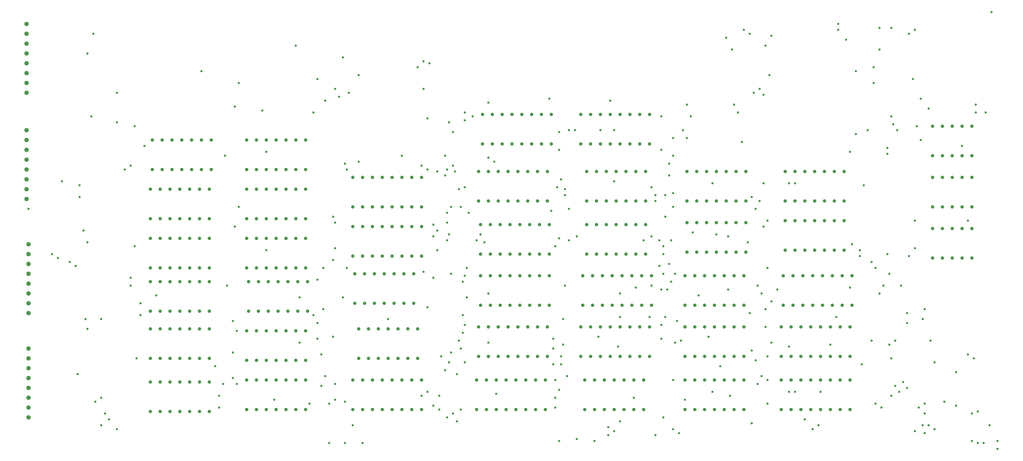
<source format=gbr>
G04 Generated by Ultiboard 14.1 *
%FSLAX24Y24*%
%MOIN*%

%ADD10C,0.0001*%
%ADD11C,0.0465*%
%ADD12C,0.0350*%
%ADD13C,0.0236*%


G04 ColorRGB 000000 for the following layer *
%LNDrill-Copper Top-Copper Bottom*%
%LPD*%
G54D11*
X-32600Y-2200D03*
X-32600Y-3200D03*
X-32600Y-4200D03*
X-32600Y-5200D03*
X-32600Y-6200D03*
X-32600Y-7200D03*
X-32600Y-8200D03*
X-32600Y-9200D03*
X-32600Y8400D03*
X-32600Y7400D03*
X-32600Y6400D03*
X-32600Y5400D03*
X-32600Y4400D03*
X-32600Y3400D03*
X-32600Y2400D03*
X-32600Y1400D03*
X-32800Y20000D03*
X-32800Y19000D03*
X-32800Y18000D03*
X-32800Y17000D03*
X-32800Y16000D03*
X-32800Y15000D03*
X-32800Y14000D03*
X-32800Y13000D03*
X-32800Y30800D03*
X-32800Y29800D03*
X-32800Y28800D03*
X-32800Y27800D03*
X-32800Y26800D03*
X-32800Y25800D03*
X-32800Y24800D03*
X-32800Y23800D03*
G54D12*
X60400Y10000D03*
X60400Y7000D03*
X63400Y10000D03*
X62400Y10000D03*
X61400Y10000D03*
X62400Y7000D03*
X63400Y7000D03*
X61400Y7000D03*
X59400Y10000D03*
X59400Y7000D03*
X60400Y15200D03*
X60400Y12200D03*
X63400Y15200D03*
X62400Y15200D03*
X61400Y15200D03*
X62400Y12200D03*
X63400Y12200D03*
X61400Y12200D03*
X59400Y15200D03*
X59400Y12200D03*
X60400Y20400D03*
X60400Y17400D03*
X63400Y20400D03*
X62400Y20400D03*
X61400Y20400D03*
X62400Y17400D03*
X63400Y17400D03*
X61400Y17400D03*
X59400Y20400D03*
X59400Y17400D03*
X34200Y5200D03*
X37200Y2200D03*
X35200Y2200D03*
X36200Y2200D03*
X38200Y2200D03*
X39200Y2200D03*
X40200Y2200D03*
X40200Y5200D03*
X37200Y5200D03*
X35200Y5200D03*
X36200Y5200D03*
X38200Y5200D03*
X39200Y5200D03*
X34200Y2200D03*
X34200Y0D03*
X37200Y-3000D03*
X35200Y-3000D03*
X36200Y-3000D03*
X38200Y-3000D03*
X39200Y-3000D03*
X40200Y-3000D03*
X40200Y0D03*
X37200Y0D03*
X35200Y0D03*
X36200Y0D03*
X38200Y0D03*
X39200Y0D03*
X34200Y-3000D03*
X34200Y-5400D03*
X37200Y-8400D03*
X35200Y-8400D03*
X36200Y-8400D03*
X38200Y-8400D03*
X39200Y-8400D03*
X40200Y-8400D03*
X40200Y-5400D03*
X37200Y-5400D03*
X35200Y-5400D03*
X36200Y-5400D03*
X38200Y-5400D03*
X39200Y-5400D03*
X34200Y-8400D03*
X44400Y10800D03*
X47400Y7800D03*
X45400Y7800D03*
X46400Y7800D03*
X48400Y7800D03*
X49400Y7800D03*
X50400Y7800D03*
X50400Y10800D03*
X47400Y10800D03*
X45400Y10800D03*
X46400Y10800D03*
X48400Y10800D03*
X49400Y10800D03*
X44400Y7800D03*
X44400Y15800D03*
X47400Y12800D03*
X45400Y12800D03*
X46400Y12800D03*
X48400Y12800D03*
X49400Y12800D03*
X50400Y12800D03*
X50400Y15800D03*
X47400Y15800D03*
X45400Y15800D03*
X46400Y15800D03*
X48400Y15800D03*
X49400Y15800D03*
X44400Y12800D03*
X-20000Y19000D03*
X-17000Y16000D03*
X-19000Y16000D03*
X-18000Y16000D03*
X-16000Y16000D03*
X-15000Y16000D03*
X-14000Y16000D03*
X-14000Y19000D03*
X-17000Y19000D03*
X-19000Y19000D03*
X-18000Y19000D03*
X-16000Y19000D03*
X-15000Y19000D03*
X-20000Y16000D03*
X-10400Y19000D03*
X-7400Y16000D03*
X-9400Y16000D03*
X-8400Y16000D03*
X-6400Y16000D03*
X-5400Y16000D03*
X-4400Y16000D03*
X-4400Y19000D03*
X-7400Y19000D03*
X-9400Y19000D03*
X-8400Y19000D03*
X-6400Y19000D03*
X-5400Y19000D03*
X-10400Y16000D03*
X-20200Y14000D03*
X-17200Y11000D03*
X-19200Y11000D03*
X-18200Y11000D03*
X-16200Y11000D03*
X-15200Y11000D03*
X-14200Y11000D03*
X-14200Y14000D03*
X-17200Y14000D03*
X-19200Y14000D03*
X-18200Y14000D03*
X-16200Y14000D03*
X-15200Y14000D03*
X-20200Y11000D03*
X-10400Y14000D03*
X-7400Y11000D03*
X-9400Y11000D03*
X-8400Y11000D03*
X-6400Y11000D03*
X-5400Y11000D03*
X-4400Y11000D03*
X-4400Y14000D03*
X-7400Y14000D03*
X-9400Y14000D03*
X-8400Y14000D03*
X-6400Y14000D03*
X-5400Y14000D03*
X-10400Y11000D03*
X-20200Y9000D03*
X-17200Y6000D03*
X-19200Y6000D03*
X-18200Y6000D03*
X-16200Y6000D03*
X-15200Y6000D03*
X-14200Y6000D03*
X-14200Y9000D03*
X-17200Y9000D03*
X-19200Y9000D03*
X-18200Y9000D03*
X-16200Y9000D03*
X-15200Y9000D03*
X-20200Y6000D03*
X-10400Y9000D03*
X-7400Y6000D03*
X-9400Y6000D03*
X-8400Y6000D03*
X-6400Y6000D03*
X-5400Y6000D03*
X-4400Y6000D03*
X-4400Y9000D03*
X-7400Y9000D03*
X-9400Y9000D03*
X-8400Y9000D03*
X-6400Y9000D03*
X-5400Y9000D03*
X-10400Y6000D03*
X-20200Y4600D03*
X-17200Y1600D03*
X-19200Y1600D03*
X-18200Y1600D03*
X-16200Y1600D03*
X-15200Y1600D03*
X-14200Y1600D03*
X-14200Y4600D03*
X-17200Y4600D03*
X-19200Y4600D03*
X-18200Y4600D03*
X-16200Y4600D03*
X-15200Y4600D03*
X-20200Y1600D03*
X-10200Y4600D03*
X-7200Y1600D03*
X-9200Y1600D03*
X-8200Y1600D03*
X-6200Y1600D03*
X-5200Y1600D03*
X-4200Y1600D03*
X-4200Y4600D03*
X-7200Y4600D03*
X-9200Y4600D03*
X-8200Y4600D03*
X-6200Y4600D03*
X-5200Y4600D03*
X-10200Y1600D03*
X-20200Y-200D03*
X-17200Y-3200D03*
X-19200Y-3200D03*
X-18200Y-3200D03*
X-16200Y-3200D03*
X-15200Y-3200D03*
X-14200Y-3200D03*
X-14200Y-200D03*
X-17200Y-200D03*
X-19200Y-200D03*
X-18200Y-200D03*
X-16200Y-200D03*
X-15200Y-200D03*
X-20200Y-3200D03*
X-10400Y-400D03*
X-7400Y-3400D03*
X-9400Y-3400D03*
X-8400Y-3400D03*
X-6400Y-3400D03*
X-5400Y-3400D03*
X-4400Y-3400D03*
X-4400Y-400D03*
X-7400Y-400D03*
X-9400Y-400D03*
X-8400Y-400D03*
X-6400Y-400D03*
X-5400Y-400D03*
X-10400Y-3400D03*
X-20200Y-5600D03*
X-17200Y-8600D03*
X-19200Y-8600D03*
X-18200Y-8600D03*
X-16200Y-8600D03*
X-15200Y-8600D03*
X-14200Y-8600D03*
X-14200Y-5600D03*
X-17200Y-5600D03*
X-19200Y-5600D03*
X-18200Y-5600D03*
X-16200Y-5600D03*
X-15200Y-5600D03*
X-20200Y-8600D03*
X-10400Y-5400D03*
X-7400Y-8400D03*
X-9400Y-8400D03*
X-8400Y-8400D03*
X-6400Y-8400D03*
X-5400Y-8400D03*
X-4400Y-8400D03*
X-4400Y-5400D03*
X-7400Y-5400D03*
X-9400Y-5400D03*
X-8400Y-5400D03*
X-6400Y-5400D03*
X-5400Y-5400D03*
X-10400Y-8400D03*
X400Y10200D03*
X2400Y7200D03*
X1400Y7200D03*
X3400Y7200D03*
X5400Y7200D03*
X4400Y7200D03*
X6400Y7200D03*
X7400Y7200D03*
X6400Y10200D03*
X3400Y10200D03*
X2400Y10200D03*
X1400Y10200D03*
X5400Y10200D03*
X4400Y10200D03*
X7400Y10200D03*
X400Y7200D03*
X400Y15200D03*
X2400Y12200D03*
X1400Y12200D03*
X3400Y12200D03*
X5400Y12200D03*
X4400Y12200D03*
X6400Y12200D03*
X7400Y12200D03*
X6400Y15200D03*
X3400Y15200D03*
X2400Y15200D03*
X1400Y15200D03*
X5400Y15200D03*
X4400Y15200D03*
X7400Y15200D03*
X400Y12200D03*
X600Y5400D03*
X3600Y2400D03*
X1600Y2400D03*
X2600Y2400D03*
X4600Y2400D03*
X5600Y2400D03*
X6600Y2400D03*
X6600Y5400D03*
X3600Y5400D03*
X1600Y5400D03*
X2600Y5400D03*
X4600Y5400D03*
X5600Y5400D03*
X600Y2400D03*
X1000Y-200D03*
X4000Y-3200D03*
X2000Y-3200D03*
X3000Y-3200D03*
X5000Y-3200D03*
X6000Y-3200D03*
X7000Y-3200D03*
X7000Y-200D03*
X4000Y-200D03*
X2000Y-200D03*
X3000Y-200D03*
X5000Y-200D03*
X6000Y-200D03*
X1000Y-3200D03*
X400Y-5400D03*
X2400Y-8400D03*
X1400Y-8400D03*
X3400Y-8400D03*
X5400Y-8400D03*
X4400Y-8400D03*
X6400Y-8400D03*
X7400Y-8400D03*
X6400Y-5400D03*
X3400Y-5400D03*
X2400Y-5400D03*
X1400Y-5400D03*
X5400Y-5400D03*
X4400Y-5400D03*
X7400Y-5400D03*
X400Y-8400D03*
X13600Y21600D03*
X15600Y18600D03*
X14600Y18600D03*
X16600Y18600D03*
X18600Y18600D03*
X17600Y18600D03*
X19600Y18600D03*
X20600Y18600D03*
X19600Y21600D03*
X16600Y21600D03*
X15600Y21600D03*
X14600Y21600D03*
X18600Y21600D03*
X17600Y21600D03*
X20600Y21600D03*
X13600Y18600D03*
X13200Y15800D03*
X15200Y12800D03*
X14200Y12800D03*
X16200Y12800D03*
X18200Y12800D03*
X17200Y12800D03*
X19200Y12800D03*
X20200Y12800D03*
X19200Y15800D03*
X16200Y15800D03*
X15200Y15800D03*
X14200Y15800D03*
X18200Y15800D03*
X17200Y15800D03*
X20200Y15800D03*
X13200Y12800D03*
X13400Y10400D03*
X15400Y7400D03*
X14400Y7400D03*
X16400Y7400D03*
X18400Y7400D03*
X17400Y7400D03*
X19400Y7400D03*
X20400Y7400D03*
X19400Y10400D03*
X16400Y10400D03*
X15400Y10400D03*
X14400Y10400D03*
X18400Y10400D03*
X17400Y10400D03*
X20400Y10400D03*
X13400Y7400D03*
X13400Y5200D03*
X15400Y2200D03*
X14400Y2200D03*
X16400Y2200D03*
X18400Y2200D03*
X17400Y2200D03*
X19400Y2200D03*
X20400Y2200D03*
X19400Y5200D03*
X16400Y5200D03*
X15400Y5200D03*
X14400Y5200D03*
X18400Y5200D03*
X17400Y5200D03*
X20400Y5200D03*
X13400Y2200D03*
X13200Y0D03*
X15200Y-3000D03*
X14200Y-3000D03*
X16200Y-3000D03*
X18200Y-3000D03*
X17200Y-3000D03*
X19200Y-3000D03*
X20200Y-3000D03*
X19200Y0D03*
X16200Y0D03*
X15200Y0D03*
X14200Y0D03*
X18200Y0D03*
X17200Y0D03*
X20200Y0D03*
X13200Y-3000D03*
X13000Y-5400D03*
X15000Y-8400D03*
X14000Y-8400D03*
X16000Y-8400D03*
X18000Y-8400D03*
X17000Y-8400D03*
X19000Y-8400D03*
X20000Y-8400D03*
X19000Y-5400D03*
X16000Y-5400D03*
X15000Y-5400D03*
X14000Y-5400D03*
X18000Y-5400D03*
X17000Y-5400D03*
X20000Y-5400D03*
X13000Y-8400D03*
X23600Y21600D03*
X25600Y18600D03*
X24600Y18600D03*
X26600Y18600D03*
X28600Y18600D03*
X27600Y18600D03*
X29600Y18600D03*
X30600Y18600D03*
X29600Y21600D03*
X26600Y21600D03*
X25600Y21600D03*
X24600Y21600D03*
X28600Y21600D03*
X27600Y21600D03*
X30600Y21600D03*
X23600Y18600D03*
X24200Y15800D03*
X27200Y12800D03*
X25200Y12800D03*
X26200Y12800D03*
X28200Y12800D03*
X29200Y12800D03*
X30200Y12800D03*
X30200Y15800D03*
X27200Y15800D03*
X25200Y15800D03*
X26200Y15800D03*
X28200Y15800D03*
X29200Y15800D03*
X24200Y12800D03*
X24200Y10400D03*
X27200Y7400D03*
X25200Y7400D03*
X26200Y7400D03*
X28200Y7400D03*
X29200Y7400D03*
X30200Y7400D03*
X30200Y10400D03*
X27200Y10400D03*
X25200Y10400D03*
X26200Y10400D03*
X28200Y10400D03*
X29200Y10400D03*
X24200Y7400D03*
X23800Y5200D03*
X25800Y2200D03*
X24800Y2200D03*
X26800Y2200D03*
X28800Y2200D03*
X27800Y2200D03*
X29800Y2200D03*
X30800Y2200D03*
X29800Y5200D03*
X26800Y5200D03*
X25800Y5200D03*
X24800Y5200D03*
X28800Y5200D03*
X27800Y5200D03*
X30800Y5200D03*
X23800Y2200D03*
X23600Y0D03*
X25600Y-3000D03*
X24600Y-3000D03*
X26600Y-3000D03*
X28600Y-3000D03*
X27600Y-3000D03*
X29600Y-3000D03*
X30600Y-3000D03*
X29600Y0D03*
X26600Y0D03*
X25600Y0D03*
X24600Y0D03*
X28600Y0D03*
X27600Y0D03*
X30600Y0D03*
X23600Y-3000D03*
X24000Y-5400D03*
X27000Y-8400D03*
X25000Y-8400D03*
X26000Y-8400D03*
X28000Y-8400D03*
X29000Y-8400D03*
X30000Y-8400D03*
X30000Y-5400D03*
X27000Y-5400D03*
X25000Y-5400D03*
X26000Y-5400D03*
X28000Y-5400D03*
X29000Y-5400D03*
X24000Y-8400D03*
X34400Y15800D03*
X37400Y12800D03*
X35400Y12800D03*
X36400Y12800D03*
X38400Y12800D03*
X39400Y12800D03*
X40400Y12800D03*
X40400Y15800D03*
X37400Y15800D03*
X35400Y15800D03*
X36400Y15800D03*
X38400Y15800D03*
X39400Y15800D03*
X34400Y12800D03*
X34400Y10600D03*
X37400Y7600D03*
X35400Y7600D03*
X36400Y7600D03*
X38400Y7600D03*
X39400Y7600D03*
X40400Y7600D03*
X40400Y10600D03*
X37400Y10600D03*
X35400Y10600D03*
X36400Y10600D03*
X38400Y10600D03*
X39400Y10600D03*
X34400Y7600D03*
X44200Y5200D03*
X46200Y2200D03*
X45200Y2200D03*
X47200Y2200D03*
X49200Y2200D03*
X48200Y2200D03*
X50200Y2200D03*
X51200Y2200D03*
X50200Y5200D03*
X47200Y5200D03*
X46200Y5200D03*
X45200Y5200D03*
X49200Y5200D03*
X48200Y5200D03*
X51200Y5200D03*
X44200Y2200D03*
X44000Y0D03*
X46000Y-3000D03*
X45000Y-3000D03*
X47000Y-3000D03*
X49000Y-3000D03*
X48000Y-3000D03*
X50000Y-3000D03*
X51000Y-3000D03*
X50000Y0D03*
X47000Y0D03*
X46000Y0D03*
X45000Y0D03*
X49000Y0D03*
X48000Y0D03*
X51000Y0D03*
X44000Y-3000D03*
X44000Y-5400D03*
X46000Y-8400D03*
X45000Y-8400D03*
X47000Y-8400D03*
X49000Y-8400D03*
X48000Y-8400D03*
X50000Y-8400D03*
X51000Y-8400D03*
X50000Y-5400D03*
X47000Y-5400D03*
X46000Y-5400D03*
X45000Y-5400D03*
X49000Y-5400D03*
X48000Y-5400D03*
X51000Y-5400D03*
X44000Y-8400D03*
G54D13*
X27000Y20000D03*
X34000Y20000D03*
X7600Y24200D03*
X7600Y27000D03*
X11000Y-9600D03*
X32200Y11200D03*
X32200Y13400D03*
X31200Y13400D03*
X31800Y21400D03*
X59000Y22200D03*
X64000Y-8600D03*
X64000Y-11800D03*
X11400Y-8400D03*
X7400Y-7000D03*
X52000Y7800D03*
X51600Y19600D03*
X-3200Y25200D03*
X58600Y1800D03*
X58200Y23200D03*
X41000Y-9800D03*
X58600Y-10800D03*
X-600Y27400D03*
X41800Y12800D03*
X40800Y29800D03*
X59200Y-1400D03*
X57400Y25200D03*
X10600Y19800D03*
X-8400Y7800D03*
X-22800Y16000D03*
X-20800Y18400D03*
X23200Y9200D03*
X14200Y17200D03*
X11800Y21800D03*
X-26200Y21400D03*
X21400Y-11600D03*
X42800Y25600D03*
X9800Y17400D03*
X49800Y30800D03*
X-25200Y-7200D03*
X-13200Y-8200D03*
X59600Y-10400D03*
X8200Y26800D03*
X8000Y-6600D03*
X-12800Y-5800D03*
X-2400Y23000D03*
X-3600Y21800D03*
X-11800Y600D03*
X52000Y7200D03*
X54800Y7400D03*
X54800Y17600D03*
X56400Y-5600D03*
X53600Y6000D03*
X53400Y24800D03*
X10600Y16400D03*
X8600Y10400D03*
X33600Y-10800D03*
X-5400Y28600D03*
X42600Y10800D03*
X42400Y28600D03*
X-27600Y-4800D03*
X21000Y-8200D03*
X35600Y3200D03*
X14200Y-1600D03*
X55200Y-3200D03*
X61800Y-4600D03*
X64600Y-11800D03*
X66000Y-12400D03*
X-400Y-11800D03*
X-400Y-7600D03*
X44800Y14600D03*
X58000Y-8200D03*
X54200Y-8200D03*
X34200Y-7400D03*
X21400Y-6400D03*
X10000Y10600D03*
X10000Y11600D03*
X31800Y3800D03*
X52400Y14400D03*
X37000Y-6600D03*
X11000Y-4800D03*
X32200Y1000D03*
X27000Y14800D03*
X11800Y14200D03*
X13000Y8800D03*
X57600Y-10600D03*
X61800Y-8000D03*
X64800Y21800D03*
X37400Y9400D03*
X31800Y18000D03*
X21400Y18000D03*
X21400Y19800D03*
X33000Y12200D03*
X-19600Y3200D03*
X-30200Y7400D03*
X36600Y-1000D03*
X31800Y-1200D03*
X20600Y11800D03*
X55800Y20000D03*
X41600Y-5800D03*
X53200Y6600D03*
X1000Y25600D03*
X1000Y16800D03*
X-3200Y4800D03*
X59600Y-3600D03*
X40600Y8600D03*
X38600Y9200D03*
X32000Y8200D03*
X31600Y6200D03*
X10400Y5400D03*
X10400Y-2600D03*
X-8800Y22000D03*
X-26000Y29800D03*
X-26600Y8600D03*
X23200Y-11400D03*
X-23600Y23800D03*
X26600Y23000D03*
X20800Y-1200D03*
X20800Y-2200D03*
X14200Y3400D03*
X-3200Y-1200D03*
X41800Y24200D03*
X43000Y29600D03*
X-25200Y-10000D03*
X-2800Y-6000D03*
X27000Y-10600D03*
X-5000Y3000D03*
X-600Y3000D03*
X31200Y-11000D03*
X26400Y-11000D03*
X21800Y800D03*
X4000Y800D03*
X-27400Y13200D03*
X-12600Y17400D03*
X25400Y-1000D03*
X21800Y-1800D03*
X11400Y-2200D03*
X-2800Y-2800D03*
X37000Y14600D03*
X21200Y14200D03*
X51000Y17800D03*
X49800Y30200D03*
X-25800Y-7600D03*
X-13200Y-7000D03*
X27600Y-9600D03*
X65400Y32000D03*
X7000Y26400D03*
X8000Y16000D03*
X42000Y3400D03*
X54400Y4200D03*
X54000Y28200D03*
X0Y23800D03*
X-200Y16000D03*
X-1600Y6800D03*
X-1600Y-1000D03*
X-21600Y-3200D03*
X46400Y-9400D03*
X42600Y-5400D03*
X41400Y-3400D03*
X-5000Y-1600D03*
X55600Y-6000D03*
X25000Y-11600D03*
X1400Y-11800D03*
X56200Y4200D03*
X39000Y28200D03*
X-1400Y8000D03*
X55600Y-1400D03*
X38400Y29400D03*
X43000Y2600D03*
X56800Y1400D03*
X56800Y400D03*
X56800Y-6200D03*
X8600Y-8000D03*
X37800Y-4000D03*
X12600Y21400D03*
X8000Y21200D03*
X7400Y16400D03*
X9000Y7800D03*
X15000Y-6800D03*
X42200Y10200D03*
X41200Y23800D03*
X14800Y16800D03*
X22400Y8800D03*
X38600Y3800D03*
X32400Y3800D03*
X12000Y6000D03*
X12000Y3000D03*
X11600Y-600D03*
X45400Y14600D03*
X55000Y-1800D03*
X44800Y-2000D03*
X33000Y-5400D03*
X33000Y-10400D03*
X47200Y-10400D03*
X49600Y1000D03*
X55000Y5400D03*
X54800Y18200D03*
X-27800Y6200D03*
X33200Y-1600D03*
X27400Y-2000D03*
X11600Y1200D03*
X11200Y-1400D03*
X21600Y15000D03*
X58600Y-7800D03*
X53600Y-7800D03*
X42600Y-7800D03*
X22400Y20000D03*
X52800Y20000D03*
X51000Y4000D03*
X42000Y-5000D03*
X38800Y-7000D03*
X5400Y17400D03*
X49000Y-1800D03*
X31200Y12800D03*
X30800Y14200D03*
X23000Y20000D03*
X25600Y20000D03*
X42400Y0D03*
X42400Y1800D03*
X43600Y3800D03*
X32800Y8800D03*
X-26600Y27800D03*
X-21200Y2400D03*
X-29600Y7000D03*
X33400Y600D03*
X33800Y-1400D03*
X-22200Y5000D03*
X-21800Y8200D03*
X-21800Y20400D03*
X10000Y-9200D03*
X-2400Y-5000D03*
X-2600Y1800D03*
X11800Y200D03*
X50600Y29200D03*
X-24800Y-8800D03*
X57600Y30200D03*
X12200Y11600D03*
X21600Y-3000D03*
X63000Y10800D03*
X57600Y10800D03*
X32000Y5400D03*
X-2600Y6000D03*
X-200Y6000D03*
X27600Y1000D03*
X42600Y-3000D03*
X-21200Y1200D03*
X-26600Y-200D03*
X-2000Y-11800D03*
X-2000Y-7800D03*
X-4000Y-7800D03*
X57600Y8000D03*
X58200Y19000D03*
X40000Y18800D03*
X41000Y13200D03*
X-1400Y-7400D03*
X-1400Y-5800D03*
X-11400Y-5800D03*
X-11400Y-400D03*
X-3600Y1200D03*
X8000Y2000D03*
X-11800Y-2600D03*
X-11800Y-5200D03*
X-7600Y-7400D03*
X13400Y9400D03*
X59000Y-10000D03*
X65200Y-10000D03*
X-1600Y11200D03*
X57000Y7200D03*
X57000Y29800D03*
X-25200Y800D03*
X55400Y20600D03*
X41600Y4200D03*
X29000Y-7200D03*
X21000Y-7200D03*
X10600Y-8800D03*
X-23600Y-10400D03*
X-23600Y20800D03*
X10200Y20800D03*
X9800Y15400D03*
X7600Y5600D03*
X-11600Y10200D03*
X-8400Y17800D03*
X-22200Y16400D03*
X57800Y20400D03*
X58400Y800D03*
X55200Y-7000D03*
X21000Y8200D03*
X13800Y8600D03*
X11400Y12200D03*
X10400Y12200D03*
X10000Y8800D03*
X10200Y-3600D03*
X11800Y-3600D03*
X33000Y13600D03*
X33000Y17400D03*
X51200Y8400D03*
X56000Y-6600D03*
X47800Y-10000D03*
X58400Y-10000D03*
X63800Y22600D03*
X39200Y22600D03*
X-1400Y24200D03*
X-1400Y10600D03*
X52200Y-3800D03*
X54000Y30400D03*
X-32600Y12000D03*
X-11200Y12200D03*
X14200Y22800D03*
X-11600Y22400D03*
X9800Y-4400D03*
X22000Y14000D03*
X42200Y14600D03*
X42200Y23600D03*
X10800Y15800D03*
X10200Y9400D03*
X9400Y-3000D03*
X51600Y26000D03*
X10000Y16000D03*
X8600Y9200D03*
X60600Y-7600D03*
X63800Y21800D03*
X39600Y21800D03*
X-11200Y24800D03*
X41400Y12000D03*
X40200Y30200D03*
X-24400Y-9400D03*
X-13600Y-4000D03*
X44800Y-6600D03*
X33200Y5400D03*
X32800Y4600D03*
X30800Y4200D03*
X21600Y-3800D03*
X20800Y-3800D03*
X41000Y-2400D03*
X32000Y-9200D03*
X26400Y-10200D03*
X400Y-10000D03*
X54000Y3400D03*
X53400Y26400D03*
X9000Y15800D03*
X9000Y9800D03*
X43000Y-1600D03*
X53200Y-1400D03*
X-15000Y26000D03*
X31600Y8800D03*
X30000Y8800D03*
X22400Y12000D03*
X11200Y14000D03*
X8600Y5000D03*
X-26800Y800D03*
X34800Y21400D03*
X55200Y21400D03*
X55200Y30400D03*
X66000Y-11600D03*
X63400Y-11600D03*
X63400Y-8800D03*
X58600Y-8800D03*
X9200Y-7000D03*
X9200Y-8400D03*
X11800Y5200D03*
X-3200Y400D03*
X-12400Y4200D03*
X-22200Y4200D03*
X32600Y15400D03*
X48000Y-6600D03*
X45400Y-6600D03*
X32600Y16600D03*
X33000Y19200D03*
X34400Y19200D03*
X34400Y22600D03*
X11800Y21000D03*
X-400Y16600D03*
X31800Y200D03*
X30600Y1000D03*
X-27400Y14400D03*
X-29200Y14800D03*
X27600Y3400D03*
X22200Y-5000D03*
X21000Y-5400D03*
X32000Y7400D03*
X29200Y4000D03*
X62400Y18400D03*
X63000Y-2800D03*
X42600Y6000D03*
X32600Y6400D03*
X30800Y9200D03*
X-28400Y6600D03*
X11600Y4600D03*
X22000Y13400D03*
X21400Y9000D03*
X63600Y-3200D03*
X22000Y4200D03*
X35000Y9600D03*
X40800Y1400D03*
X20400Y23200D03*
X-1000Y23400D03*
X-27000Y9800D03*

M02*

</source>
